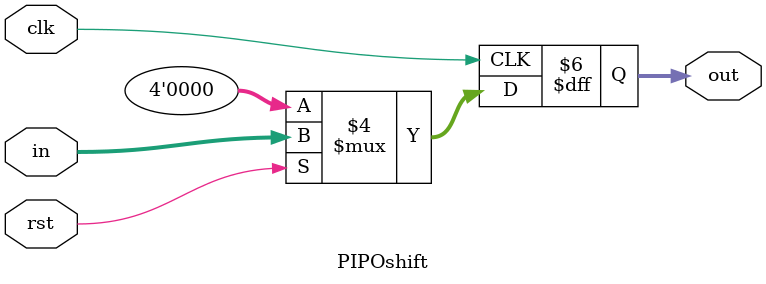
<source format=v>
`timescale 1ns/1ps

module PIPOshift(in, out, clk, rst);
  
  
  input [3:0]in; 
  input clk, rst;
  
  output reg [3:0]out;
  
  always @(posedge clk) begin
    
    if(~rst) out=4'b0000; //reset
    
    else out<=in; //parallel shifter değil de 4 kanallı buffer ya da sampler oldu gibi lol
          
  end
  
endmodule

</source>
